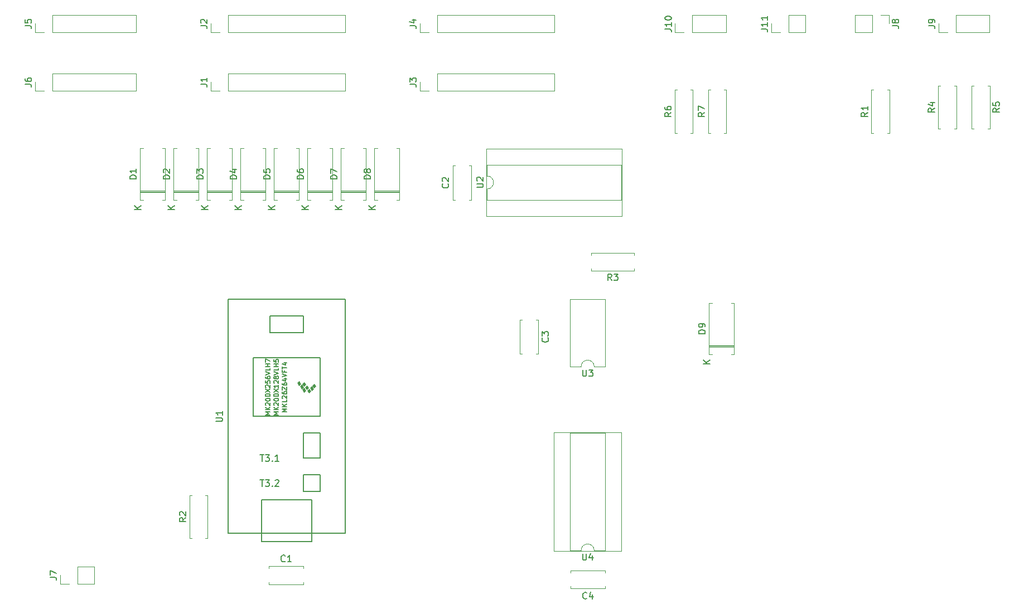
<source format=gbr>
G04 #@! TF.GenerationSoftware,KiCad,Pcbnew,(5.1.5)-3*
G04 #@! TF.CreationDate,2020-04-18T11:13:35+02:00*
G04 #@! TF.ProjectId,KorgPoly61_TeensyMidi,4b6f7267-506f-46c7-9936-315f5465656e,rev?*
G04 #@! TF.SameCoordinates,Original*
G04 #@! TF.FileFunction,Legend,Top*
G04 #@! TF.FilePolarity,Positive*
%FSLAX46Y46*%
G04 Gerber Fmt 4.6, Leading zero omitted, Abs format (unit mm)*
G04 Created by KiCad (PCBNEW (5.1.5)-3) date 2020-04-18 11:13:35*
%MOMM*%
%LPD*%
G04 APERTURE LIST*
%ADD10C,0.100000*%
%ADD11C,0.150000*%
%ADD12C,0.120000*%
G04 APERTURE END LIST*
D10*
G36*
X104521000Y-67564000D02*
G01*
X104267000Y-67818000D01*
X104013000Y-67437000D01*
X104267000Y-67183000D01*
X104521000Y-67564000D01*
G37*
X104521000Y-67564000D02*
X104267000Y-67818000D01*
X104013000Y-67437000D01*
X104267000Y-67183000D01*
X104521000Y-67564000D01*
G36*
X105283000Y-68580000D02*
G01*
X105029000Y-68834000D01*
X104775000Y-68453000D01*
X105029000Y-68199000D01*
X105283000Y-68580000D01*
G37*
X105283000Y-68580000D02*
X105029000Y-68834000D01*
X104775000Y-68453000D01*
X105029000Y-68199000D01*
X105283000Y-68580000D01*
G36*
X106045000Y-67818000D02*
G01*
X105791000Y-68072000D01*
X105537000Y-67691000D01*
X105791000Y-67437000D01*
X106045000Y-67818000D01*
G37*
X106045000Y-67818000D02*
X105791000Y-68072000D01*
X105537000Y-67691000D01*
X105791000Y-67437000D01*
X106045000Y-67818000D01*
G36*
X104140000Y-67945000D02*
G01*
X103886000Y-68199000D01*
X103632000Y-67818000D01*
X103886000Y-67564000D01*
X104140000Y-67945000D01*
G37*
X104140000Y-67945000D02*
X103886000Y-68199000D01*
X103632000Y-67818000D01*
X103886000Y-67564000D01*
X104140000Y-67945000D01*
G36*
X105664000Y-68199000D02*
G01*
X105410000Y-68453000D01*
X105156000Y-68072000D01*
X105410000Y-67818000D01*
X105664000Y-68199000D01*
G37*
X105664000Y-68199000D02*
X105410000Y-68453000D01*
X105156000Y-68072000D01*
X105410000Y-67818000D01*
X105664000Y-68199000D01*
G36*
X103759000Y-67437000D02*
G01*
X103505000Y-67691000D01*
X103251000Y-67310000D01*
X103505000Y-67056000D01*
X103759000Y-67437000D01*
G37*
X103759000Y-67437000D02*
X103505000Y-67691000D01*
X103251000Y-67310000D01*
X103505000Y-67056000D01*
X103759000Y-67437000D01*
G36*
X104902000Y-68072000D02*
G01*
X104648000Y-68326000D01*
X104394000Y-67945000D01*
X104648000Y-67691000D01*
X104902000Y-68072000D01*
G37*
X104902000Y-68072000D02*
X104648000Y-68326000D01*
X104394000Y-67945000D01*
X104648000Y-67691000D01*
X104902000Y-68072000D01*
G36*
X104521000Y-68453000D02*
G01*
X104267000Y-68707000D01*
X104013000Y-68326000D01*
X104267000Y-68072000D01*
X104521000Y-68453000D01*
G37*
X104521000Y-68453000D02*
X104267000Y-68707000D01*
X104013000Y-68326000D01*
X104267000Y-68072000D01*
X104521000Y-68453000D01*
D11*
X110490000Y-90170000D02*
X92710000Y-90170000D01*
X110490000Y-54610000D02*
X110490000Y-90170000D01*
X92710000Y-54610000D02*
X110490000Y-54610000D01*
X92710000Y-90170000D02*
X92710000Y-54610000D01*
X106680000Y-63500000D02*
X106680000Y-72390000D01*
X96520000Y-63500000D02*
X96520000Y-72390000D01*
X96520000Y-72390000D02*
X106680000Y-72390000D01*
X106680000Y-63500000D02*
X96520000Y-63500000D01*
X99060000Y-59690000D02*
X99060000Y-57150000D01*
X104140000Y-59690000D02*
X99060000Y-59690000D01*
X104140000Y-57150000D02*
X104140000Y-59690000D01*
X99060000Y-57150000D02*
X104140000Y-57150000D01*
X104140000Y-83820000D02*
X106680000Y-83820000D01*
X104140000Y-81280000D02*
X104140000Y-83820000D01*
X106680000Y-81280000D02*
X104140000Y-81280000D01*
X106680000Y-83820000D02*
X106680000Y-81280000D01*
X105410000Y-85090000D02*
X105410000Y-90170000D01*
X97790000Y-85090000D02*
X97790000Y-90170000D01*
X105410000Y-85090000D02*
X97790000Y-85090000D01*
X104140000Y-78740000D02*
X106680000Y-78740000D01*
X104140000Y-74930000D02*
X104140000Y-78740000D01*
X106680000Y-74930000D02*
X104140000Y-74930000D01*
X106680000Y-78740000D02*
X106680000Y-74930000D01*
X97790000Y-91440000D02*
X97790000Y-90170000D01*
X105410000Y-91440000D02*
X97790000Y-91440000D01*
X105410000Y-90170000D02*
X105410000Y-91440000D01*
D12*
X144670000Y-64830000D02*
X146320000Y-64830000D01*
X144670000Y-54550000D02*
X144670000Y-64830000D01*
X149970000Y-54550000D02*
X144670000Y-54550000D01*
X149970000Y-64830000D02*
X149970000Y-54550000D01*
X148320000Y-64830000D02*
X149970000Y-64830000D01*
X146320000Y-64830000D02*
G75*
G02X148320000Y-64830000I1000000J0D01*
G01*
X168375000Y-22765000D02*
X168045000Y-22765000D01*
X168375000Y-29305000D02*
X168375000Y-22765000D01*
X168045000Y-29305000D02*
X168375000Y-29305000D01*
X165635000Y-22765000D02*
X165965000Y-22765000D01*
X165635000Y-29305000D02*
X165635000Y-22765000D01*
X165965000Y-29305000D02*
X165635000Y-29305000D01*
X163295000Y-22765000D02*
X162965000Y-22765000D01*
X163295000Y-29305000D02*
X163295000Y-22765000D01*
X162965000Y-29305000D02*
X163295000Y-29305000D01*
X160555000Y-22765000D02*
X160885000Y-22765000D01*
X160555000Y-29305000D02*
X160555000Y-22765000D01*
X160885000Y-29305000D02*
X160555000Y-29305000D01*
X205640000Y-28670000D02*
X205970000Y-28670000D01*
X205640000Y-22130000D02*
X205640000Y-28670000D01*
X205970000Y-22130000D02*
X205640000Y-22130000D01*
X208380000Y-28670000D02*
X208050000Y-28670000D01*
X208380000Y-22130000D02*
X208380000Y-28670000D01*
X208050000Y-22130000D02*
X208380000Y-22130000D01*
X203300000Y-22130000D02*
X202970000Y-22130000D01*
X203300000Y-28670000D02*
X203300000Y-22130000D01*
X202970000Y-28670000D02*
X203300000Y-28670000D01*
X200560000Y-22130000D02*
X200890000Y-22130000D01*
X200560000Y-28670000D02*
X200560000Y-22130000D01*
X200890000Y-28670000D02*
X200560000Y-28670000D01*
X147860000Y-47525000D02*
X147860000Y-47855000D01*
X154400000Y-47525000D02*
X147860000Y-47525000D01*
X154400000Y-47855000D02*
X154400000Y-47525000D01*
X147860000Y-50265000D02*
X147860000Y-49935000D01*
X154400000Y-50265000D02*
X147860000Y-50265000D01*
X154400000Y-49935000D02*
X154400000Y-50265000D01*
X89635000Y-84360000D02*
X89305000Y-84360000D01*
X89635000Y-90900000D02*
X89635000Y-84360000D01*
X89305000Y-90900000D02*
X89635000Y-90900000D01*
X86895000Y-84360000D02*
X87225000Y-84360000D01*
X86895000Y-90900000D02*
X86895000Y-84360000D01*
X87225000Y-90900000D02*
X86895000Y-90900000D01*
X193140000Y-22765000D02*
X192810000Y-22765000D01*
X193140000Y-29305000D02*
X193140000Y-22765000D01*
X192810000Y-29305000D02*
X193140000Y-29305000D01*
X190400000Y-22765000D02*
X190730000Y-22765000D01*
X190400000Y-29305000D02*
X190400000Y-22765000D01*
X190730000Y-29305000D02*
X190400000Y-29305000D01*
X142180000Y-92830000D02*
X152460000Y-92830000D01*
X142180000Y-74810000D02*
X142180000Y-92830000D01*
X152460000Y-74810000D02*
X142180000Y-74810000D01*
X152460000Y-92830000D02*
X152460000Y-74810000D01*
X144670000Y-92770000D02*
X146320000Y-92770000D01*
X144670000Y-74870000D02*
X144670000Y-92770000D01*
X149970000Y-74870000D02*
X144670000Y-74870000D01*
X149970000Y-92770000D02*
X149970000Y-74870000D01*
X148320000Y-92770000D02*
X149970000Y-92770000D01*
X146320000Y-92770000D02*
G75*
G02X148320000Y-92770000I1000000J0D01*
G01*
X131960000Y-31690000D02*
X131960000Y-41970000D01*
X152520000Y-31690000D02*
X131960000Y-31690000D01*
X152520000Y-41970000D02*
X152520000Y-31690000D01*
X131960000Y-41970000D02*
X152520000Y-41970000D01*
X132020000Y-34180000D02*
X132020000Y-35830000D01*
X152460000Y-34180000D02*
X132020000Y-34180000D01*
X152460000Y-39480000D02*
X152460000Y-34180000D01*
X132020000Y-39480000D02*
X152460000Y-39480000D01*
X132020000Y-37830000D02*
X132020000Y-39480000D01*
X132020000Y-35830000D02*
G75*
G02X132020000Y-37830000I0J-1000000D01*
G01*
X175200000Y-14030000D02*
X175200000Y-12700000D01*
X176530000Y-14030000D02*
X175200000Y-14030000D01*
X177800000Y-14030000D02*
X177800000Y-11370000D01*
X177800000Y-11370000D02*
X180400000Y-11370000D01*
X177800000Y-14030000D02*
X180400000Y-14030000D01*
X180400000Y-14030000D02*
X180400000Y-11370000D01*
X160595000Y-14030000D02*
X160595000Y-12700000D01*
X161925000Y-14030000D02*
X160595000Y-14030000D01*
X163195000Y-14030000D02*
X163195000Y-11370000D01*
X163195000Y-11370000D02*
X168335000Y-11370000D01*
X163195000Y-14030000D02*
X168335000Y-14030000D01*
X168335000Y-14030000D02*
X168335000Y-11370000D01*
X200600000Y-14030000D02*
X200600000Y-12700000D01*
X201930000Y-14030000D02*
X200600000Y-14030000D01*
X203200000Y-14030000D02*
X203200000Y-11370000D01*
X203200000Y-11370000D02*
X208340000Y-11370000D01*
X203200000Y-14030000D02*
X208340000Y-14030000D01*
X208340000Y-14030000D02*
X208340000Y-11370000D01*
X193100000Y-11370000D02*
X193100000Y-12700000D01*
X191770000Y-11370000D02*
X193100000Y-11370000D01*
X190500000Y-11370000D02*
X190500000Y-14030000D01*
X190500000Y-14030000D02*
X187900000Y-14030000D01*
X190500000Y-11370000D02*
X187900000Y-11370000D01*
X187900000Y-11370000D02*
X187900000Y-14030000D01*
X67250000Y-97850000D02*
X67250000Y-96520000D01*
X68580000Y-97850000D02*
X67250000Y-97850000D01*
X69850000Y-97850000D02*
X69850000Y-95190000D01*
X69850000Y-95190000D02*
X72450000Y-95190000D01*
X69850000Y-97850000D02*
X72450000Y-97850000D01*
X72450000Y-97850000D02*
X72450000Y-95190000D01*
X63440000Y-22920000D02*
X63440000Y-21590000D01*
X64770000Y-22920000D02*
X63440000Y-22920000D01*
X66040000Y-22920000D02*
X66040000Y-20260000D01*
X66040000Y-20260000D02*
X78800000Y-20260000D01*
X66040000Y-22920000D02*
X78800000Y-22920000D01*
X78800000Y-22920000D02*
X78800000Y-20260000D01*
X63440000Y-14030000D02*
X63440000Y-12700000D01*
X64770000Y-14030000D02*
X63440000Y-14030000D01*
X66040000Y-14030000D02*
X66040000Y-11370000D01*
X66040000Y-11370000D02*
X78800000Y-11370000D01*
X66040000Y-14030000D02*
X78800000Y-14030000D01*
X78800000Y-14030000D02*
X78800000Y-11370000D01*
X121860000Y-14030000D02*
X121860000Y-12700000D01*
X123190000Y-14030000D02*
X121860000Y-14030000D01*
X124460000Y-14030000D02*
X124460000Y-11370000D01*
X124460000Y-11370000D02*
X142300000Y-11370000D01*
X124460000Y-14030000D02*
X142300000Y-14030000D01*
X142300000Y-14030000D02*
X142300000Y-11370000D01*
X121860000Y-22920000D02*
X121860000Y-21590000D01*
X123190000Y-22920000D02*
X121860000Y-22920000D01*
X124460000Y-22920000D02*
X124460000Y-20260000D01*
X124460000Y-20260000D02*
X142300000Y-20260000D01*
X124460000Y-22920000D02*
X142300000Y-22920000D01*
X142300000Y-22920000D02*
X142300000Y-20260000D01*
X90110000Y-14030000D02*
X90110000Y-12700000D01*
X91440000Y-14030000D02*
X90110000Y-14030000D01*
X92710000Y-14030000D02*
X92710000Y-11370000D01*
X92710000Y-11370000D02*
X110550000Y-11370000D01*
X92710000Y-14030000D02*
X110550000Y-14030000D01*
X110550000Y-14030000D02*
X110550000Y-11370000D01*
X90110000Y-22920000D02*
X90110000Y-21590000D01*
X91440000Y-22920000D02*
X90110000Y-22920000D01*
X92710000Y-22920000D02*
X92710000Y-20260000D01*
X92710000Y-20260000D02*
X110550000Y-20260000D01*
X92710000Y-22920000D02*
X110550000Y-22920000D01*
X110550000Y-22920000D02*
X110550000Y-20260000D01*
X165720000Y-61835000D02*
X169560000Y-61835000D01*
X165720000Y-61595000D02*
X169560000Y-61595000D01*
X165720000Y-61715000D02*
X169560000Y-61715000D01*
X169560000Y-55135000D02*
X169080000Y-55135000D01*
X169560000Y-62975000D02*
X169560000Y-55135000D01*
X169080000Y-62975000D02*
X169560000Y-62975000D01*
X165720000Y-55135000D02*
X166200000Y-55135000D01*
X165720000Y-62975000D02*
X165720000Y-55135000D01*
X166200000Y-62975000D02*
X165720000Y-62975000D01*
X114920000Y-38340000D02*
X118760000Y-38340000D01*
X114920000Y-38100000D02*
X118760000Y-38100000D01*
X114920000Y-38220000D02*
X118760000Y-38220000D01*
X118760000Y-31640000D02*
X118280000Y-31640000D01*
X118760000Y-39480000D02*
X118760000Y-31640000D01*
X118280000Y-39480000D02*
X118760000Y-39480000D01*
X114920000Y-31640000D02*
X115400000Y-31640000D01*
X114920000Y-39480000D02*
X114920000Y-31640000D01*
X115400000Y-39480000D02*
X114920000Y-39480000D01*
X109840000Y-38340000D02*
X113680000Y-38340000D01*
X109840000Y-38100000D02*
X113680000Y-38100000D01*
X109840000Y-38220000D02*
X113680000Y-38220000D01*
X113680000Y-31640000D02*
X113200000Y-31640000D01*
X113680000Y-39480000D02*
X113680000Y-31640000D01*
X113200000Y-39480000D02*
X113680000Y-39480000D01*
X109840000Y-31640000D02*
X110320000Y-31640000D01*
X109840000Y-39480000D02*
X109840000Y-31640000D01*
X110320000Y-39480000D02*
X109840000Y-39480000D01*
X104760000Y-38340000D02*
X108600000Y-38340000D01*
X104760000Y-38100000D02*
X108600000Y-38100000D01*
X104760000Y-38220000D02*
X108600000Y-38220000D01*
X108600000Y-31640000D02*
X108120000Y-31640000D01*
X108600000Y-39480000D02*
X108600000Y-31640000D01*
X108120000Y-39480000D02*
X108600000Y-39480000D01*
X104760000Y-31640000D02*
X105240000Y-31640000D01*
X104760000Y-39480000D02*
X104760000Y-31640000D01*
X105240000Y-39480000D02*
X104760000Y-39480000D01*
X99680000Y-38340000D02*
X103520000Y-38340000D01*
X99680000Y-38100000D02*
X103520000Y-38100000D01*
X99680000Y-38220000D02*
X103520000Y-38220000D01*
X103520000Y-31640000D02*
X103040000Y-31640000D01*
X103520000Y-39480000D02*
X103520000Y-31640000D01*
X103040000Y-39480000D02*
X103520000Y-39480000D01*
X99680000Y-31640000D02*
X100160000Y-31640000D01*
X99680000Y-39480000D02*
X99680000Y-31640000D01*
X100160000Y-39480000D02*
X99680000Y-39480000D01*
X94600000Y-38340000D02*
X98440000Y-38340000D01*
X94600000Y-38100000D02*
X98440000Y-38100000D01*
X94600000Y-38220000D02*
X98440000Y-38220000D01*
X98440000Y-31640000D02*
X97960000Y-31640000D01*
X98440000Y-39480000D02*
X98440000Y-31640000D01*
X97960000Y-39480000D02*
X98440000Y-39480000D01*
X94600000Y-31640000D02*
X95080000Y-31640000D01*
X94600000Y-39480000D02*
X94600000Y-31640000D01*
X95080000Y-39480000D02*
X94600000Y-39480000D01*
X89520000Y-38340000D02*
X93360000Y-38340000D01*
X89520000Y-38100000D02*
X93360000Y-38100000D01*
X89520000Y-38220000D02*
X93360000Y-38220000D01*
X93360000Y-31640000D02*
X92880000Y-31640000D01*
X93360000Y-39480000D02*
X93360000Y-31640000D01*
X92880000Y-39480000D02*
X93360000Y-39480000D01*
X89520000Y-31640000D02*
X90000000Y-31640000D01*
X89520000Y-39480000D02*
X89520000Y-31640000D01*
X90000000Y-39480000D02*
X89520000Y-39480000D01*
X84440000Y-38340000D02*
X88280000Y-38340000D01*
X84440000Y-38100000D02*
X88280000Y-38100000D01*
X84440000Y-38220000D02*
X88280000Y-38220000D01*
X88280000Y-31640000D02*
X87800000Y-31640000D01*
X88280000Y-39480000D02*
X88280000Y-31640000D01*
X87800000Y-39480000D02*
X88280000Y-39480000D01*
X84440000Y-31640000D02*
X84920000Y-31640000D01*
X84440000Y-39480000D02*
X84440000Y-31640000D01*
X84920000Y-39480000D02*
X84440000Y-39480000D01*
X79360000Y-38340000D02*
X83200000Y-38340000D01*
X79360000Y-38100000D02*
X83200000Y-38100000D01*
X79360000Y-38220000D02*
X83200000Y-38220000D01*
X83200000Y-31640000D02*
X82720000Y-31640000D01*
X83200000Y-39480000D02*
X83200000Y-31640000D01*
X82720000Y-39480000D02*
X83200000Y-39480000D01*
X79360000Y-31640000D02*
X79840000Y-31640000D01*
X79360000Y-39480000D02*
X79360000Y-31640000D01*
X79840000Y-39480000D02*
X79360000Y-39480000D01*
X144740000Y-96100000D02*
X144740000Y-95785000D01*
X144740000Y-98525000D02*
X144740000Y-98210000D01*
X149980000Y-96100000D02*
X149980000Y-95785000D01*
X149980000Y-98525000D02*
X149980000Y-98210000D01*
X149980000Y-95785000D02*
X144740000Y-95785000D01*
X149980000Y-98525000D02*
X144740000Y-98525000D01*
X137375000Y-62905000D02*
X137060000Y-62905000D01*
X139800000Y-62905000D02*
X139485000Y-62905000D01*
X137375000Y-57665000D02*
X137060000Y-57665000D01*
X139800000Y-57665000D02*
X139485000Y-57665000D01*
X137060000Y-57665000D02*
X137060000Y-62905000D01*
X139800000Y-57665000D02*
X139800000Y-62905000D01*
X129325000Y-34250000D02*
X129640000Y-34250000D01*
X126900000Y-34250000D02*
X127215000Y-34250000D01*
X129325000Y-39490000D02*
X129640000Y-39490000D01*
X126900000Y-39490000D02*
X127215000Y-39490000D01*
X129640000Y-39490000D02*
X129640000Y-34250000D01*
X126900000Y-39490000D02*
X126900000Y-34250000D01*
X104180000Y-97575000D02*
X104180000Y-97890000D01*
X104180000Y-95150000D02*
X104180000Y-95465000D01*
X98940000Y-97575000D02*
X98940000Y-97890000D01*
X98940000Y-95150000D02*
X98940000Y-95465000D01*
X98940000Y-97890000D02*
X104180000Y-97890000D01*
X98940000Y-95150000D02*
X104180000Y-95150000D01*
D11*
X90892380Y-73151904D02*
X91701904Y-73151904D01*
X91797142Y-73104285D01*
X91844761Y-73056666D01*
X91892380Y-72961428D01*
X91892380Y-72770952D01*
X91844761Y-72675714D01*
X91797142Y-72628095D01*
X91701904Y-72580476D01*
X90892380Y-72580476D01*
X91892380Y-71580476D02*
X91892380Y-72151904D01*
X91892380Y-71866190D02*
X90892380Y-71866190D01*
X91035238Y-71961428D01*
X91130476Y-72056666D01*
X91178095Y-72151904D01*
X100392666Y-72161666D02*
X99692666Y-72161666D01*
X100192666Y-71928333D01*
X99692666Y-71695000D01*
X100392666Y-71695000D01*
X100392666Y-71361666D02*
X99692666Y-71361666D01*
X100392666Y-70961666D02*
X99992666Y-71261666D01*
X99692666Y-70961666D02*
X100092666Y-71361666D01*
X99759333Y-70695000D02*
X99726000Y-70661666D01*
X99692666Y-70595000D01*
X99692666Y-70428333D01*
X99726000Y-70361666D01*
X99759333Y-70328333D01*
X99826000Y-70295000D01*
X99892666Y-70295000D01*
X99992666Y-70328333D01*
X100392666Y-70728333D01*
X100392666Y-70295000D01*
X99692666Y-69861666D02*
X99692666Y-69795000D01*
X99726000Y-69728333D01*
X99759333Y-69695000D01*
X99826000Y-69661666D01*
X99959333Y-69628333D01*
X100126000Y-69628333D01*
X100259333Y-69661666D01*
X100326000Y-69695000D01*
X100359333Y-69728333D01*
X100392666Y-69795000D01*
X100392666Y-69861666D01*
X100359333Y-69928333D01*
X100326000Y-69961666D01*
X100259333Y-69995000D01*
X100126000Y-70028333D01*
X99959333Y-70028333D01*
X99826000Y-69995000D01*
X99759333Y-69961666D01*
X99726000Y-69928333D01*
X99692666Y-69861666D01*
X100392666Y-69328333D02*
X99692666Y-69328333D01*
X99692666Y-69161666D01*
X99726000Y-69061666D01*
X99792666Y-68995000D01*
X99859333Y-68961666D01*
X99992666Y-68928333D01*
X100092666Y-68928333D01*
X100226000Y-68961666D01*
X100292666Y-68995000D01*
X100359333Y-69061666D01*
X100392666Y-69161666D01*
X100392666Y-69328333D01*
X99692666Y-68695000D02*
X100392666Y-68228333D01*
X99692666Y-68228333D02*
X100392666Y-68695000D01*
X100392666Y-67595000D02*
X100392666Y-67995000D01*
X100392666Y-67795000D02*
X99692666Y-67795000D01*
X99792666Y-67861666D01*
X99859333Y-67928333D01*
X99892666Y-67995000D01*
X99759333Y-67328333D02*
X99726000Y-67295000D01*
X99692666Y-67228333D01*
X99692666Y-67061666D01*
X99726000Y-66995000D01*
X99759333Y-66961666D01*
X99826000Y-66928333D01*
X99892666Y-66928333D01*
X99992666Y-66961666D01*
X100392666Y-67361666D01*
X100392666Y-66928333D01*
X99992666Y-66528333D02*
X99959333Y-66595000D01*
X99926000Y-66628333D01*
X99859333Y-66661666D01*
X99826000Y-66661666D01*
X99759333Y-66628333D01*
X99726000Y-66595000D01*
X99692666Y-66528333D01*
X99692666Y-66395000D01*
X99726000Y-66328333D01*
X99759333Y-66295000D01*
X99826000Y-66261666D01*
X99859333Y-66261666D01*
X99926000Y-66295000D01*
X99959333Y-66328333D01*
X99992666Y-66395000D01*
X99992666Y-66528333D01*
X100026000Y-66595000D01*
X100059333Y-66628333D01*
X100126000Y-66661666D01*
X100259333Y-66661666D01*
X100326000Y-66628333D01*
X100359333Y-66595000D01*
X100392666Y-66528333D01*
X100392666Y-66395000D01*
X100359333Y-66328333D01*
X100326000Y-66295000D01*
X100259333Y-66261666D01*
X100126000Y-66261666D01*
X100059333Y-66295000D01*
X100026000Y-66328333D01*
X99992666Y-66395000D01*
X99692666Y-66061666D02*
X100392666Y-65828333D01*
X99692666Y-65595000D01*
X100392666Y-65028333D02*
X100392666Y-65361666D01*
X99692666Y-65361666D01*
X100392666Y-64795000D02*
X99692666Y-64795000D01*
X100026000Y-64795000D02*
X100026000Y-64395000D01*
X100392666Y-64395000D02*
X99692666Y-64395000D01*
X99692666Y-63728333D02*
X99692666Y-64061666D01*
X100026000Y-64095000D01*
X99992666Y-64061666D01*
X99959333Y-63995000D01*
X99959333Y-63828333D01*
X99992666Y-63761666D01*
X100026000Y-63728333D01*
X100092666Y-63695000D01*
X100259333Y-63695000D01*
X100326000Y-63728333D01*
X100359333Y-63761666D01*
X100392666Y-63828333D01*
X100392666Y-63995000D01*
X100359333Y-64061666D01*
X100326000Y-64095000D01*
X101662666Y-71678333D02*
X100962666Y-71678333D01*
X101462666Y-71445000D01*
X100962666Y-71211666D01*
X101662666Y-71211666D01*
X101662666Y-70878333D02*
X100962666Y-70878333D01*
X101662666Y-70478333D02*
X101262666Y-70778333D01*
X100962666Y-70478333D02*
X101362666Y-70878333D01*
X101662666Y-69845000D02*
X101662666Y-70178333D01*
X100962666Y-70178333D01*
X101029333Y-69645000D02*
X100996000Y-69611666D01*
X100962666Y-69545000D01*
X100962666Y-69378333D01*
X100996000Y-69311666D01*
X101029333Y-69278333D01*
X101096000Y-69245000D01*
X101162666Y-69245000D01*
X101262666Y-69278333D01*
X101662666Y-69678333D01*
X101662666Y-69245000D01*
X100962666Y-68645000D02*
X100962666Y-68778333D01*
X100996000Y-68845000D01*
X101029333Y-68878333D01*
X101129333Y-68945000D01*
X101262666Y-68978333D01*
X101529333Y-68978333D01*
X101596000Y-68945000D01*
X101629333Y-68911666D01*
X101662666Y-68845000D01*
X101662666Y-68711666D01*
X101629333Y-68645000D01*
X101596000Y-68611666D01*
X101529333Y-68578333D01*
X101362666Y-68578333D01*
X101296000Y-68611666D01*
X101262666Y-68645000D01*
X101229333Y-68711666D01*
X101229333Y-68845000D01*
X101262666Y-68911666D01*
X101296000Y-68945000D01*
X101362666Y-68978333D01*
X100962666Y-68345000D02*
X100962666Y-67878333D01*
X101662666Y-68345000D01*
X101662666Y-67878333D01*
X100962666Y-67311666D02*
X100962666Y-67445000D01*
X100996000Y-67511666D01*
X101029333Y-67545000D01*
X101129333Y-67611666D01*
X101262666Y-67645000D01*
X101529333Y-67645000D01*
X101596000Y-67611666D01*
X101629333Y-67578333D01*
X101662666Y-67511666D01*
X101662666Y-67378333D01*
X101629333Y-67311666D01*
X101596000Y-67278333D01*
X101529333Y-67245000D01*
X101362666Y-67245000D01*
X101296000Y-67278333D01*
X101262666Y-67311666D01*
X101229333Y-67378333D01*
X101229333Y-67511666D01*
X101262666Y-67578333D01*
X101296000Y-67611666D01*
X101362666Y-67645000D01*
X101196000Y-66645000D02*
X101662666Y-66645000D01*
X100929333Y-66811666D02*
X101429333Y-66978333D01*
X101429333Y-66545000D01*
X100962666Y-66378333D02*
X101662666Y-66145000D01*
X100962666Y-65911666D01*
X101296000Y-65445000D02*
X101296000Y-65678333D01*
X101662666Y-65678333D02*
X100962666Y-65678333D01*
X100962666Y-65345000D01*
X100962666Y-65178333D02*
X100962666Y-64778333D01*
X101662666Y-64978333D02*
X100962666Y-64978333D01*
X101196000Y-64245000D02*
X101662666Y-64245000D01*
X100929333Y-64411666D02*
X101429333Y-64578333D01*
X101429333Y-64145000D01*
X99122666Y-72161666D02*
X98422666Y-72161666D01*
X98922666Y-71928333D01*
X98422666Y-71695000D01*
X99122666Y-71695000D01*
X99122666Y-71361666D02*
X98422666Y-71361666D01*
X99122666Y-70961666D02*
X98722666Y-71261666D01*
X98422666Y-70961666D02*
X98822666Y-71361666D01*
X98489333Y-70695000D02*
X98456000Y-70661666D01*
X98422666Y-70595000D01*
X98422666Y-70428333D01*
X98456000Y-70361666D01*
X98489333Y-70328333D01*
X98556000Y-70295000D01*
X98622666Y-70295000D01*
X98722666Y-70328333D01*
X99122666Y-70728333D01*
X99122666Y-70295000D01*
X98422666Y-69861666D02*
X98422666Y-69795000D01*
X98456000Y-69728333D01*
X98489333Y-69695000D01*
X98556000Y-69661666D01*
X98689333Y-69628333D01*
X98856000Y-69628333D01*
X98989333Y-69661666D01*
X99056000Y-69695000D01*
X99089333Y-69728333D01*
X99122666Y-69795000D01*
X99122666Y-69861666D01*
X99089333Y-69928333D01*
X99056000Y-69961666D01*
X98989333Y-69995000D01*
X98856000Y-70028333D01*
X98689333Y-70028333D01*
X98556000Y-69995000D01*
X98489333Y-69961666D01*
X98456000Y-69928333D01*
X98422666Y-69861666D01*
X99122666Y-69328333D02*
X98422666Y-69328333D01*
X98422666Y-69161666D01*
X98456000Y-69061666D01*
X98522666Y-68995000D01*
X98589333Y-68961666D01*
X98722666Y-68928333D01*
X98822666Y-68928333D01*
X98956000Y-68961666D01*
X99022666Y-68995000D01*
X99089333Y-69061666D01*
X99122666Y-69161666D01*
X99122666Y-69328333D01*
X98422666Y-68695000D02*
X99122666Y-68228333D01*
X98422666Y-68228333D02*
X99122666Y-68695000D01*
X98489333Y-67995000D02*
X98456000Y-67961666D01*
X98422666Y-67895000D01*
X98422666Y-67728333D01*
X98456000Y-67661666D01*
X98489333Y-67628333D01*
X98556000Y-67595000D01*
X98622666Y-67595000D01*
X98722666Y-67628333D01*
X99122666Y-68028333D01*
X99122666Y-67595000D01*
X98422666Y-66961666D02*
X98422666Y-67295000D01*
X98756000Y-67328333D01*
X98722666Y-67295000D01*
X98689333Y-67228333D01*
X98689333Y-67061666D01*
X98722666Y-66995000D01*
X98756000Y-66961666D01*
X98822666Y-66928333D01*
X98989333Y-66928333D01*
X99056000Y-66961666D01*
X99089333Y-66995000D01*
X99122666Y-67061666D01*
X99122666Y-67228333D01*
X99089333Y-67295000D01*
X99056000Y-67328333D01*
X98422666Y-66328333D02*
X98422666Y-66461666D01*
X98456000Y-66528333D01*
X98489333Y-66561666D01*
X98589333Y-66628333D01*
X98722666Y-66661666D01*
X98989333Y-66661666D01*
X99056000Y-66628333D01*
X99089333Y-66595000D01*
X99122666Y-66528333D01*
X99122666Y-66395000D01*
X99089333Y-66328333D01*
X99056000Y-66295000D01*
X98989333Y-66261666D01*
X98822666Y-66261666D01*
X98756000Y-66295000D01*
X98722666Y-66328333D01*
X98689333Y-66395000D01*
X98689333Y-66528333D01*
X98722666Y-66595000D01*
X98756000Y-66628333D01*
X98822666Y-66661666D01*
X98422666Y-66061666D02*
X99122666Y-65828333D01*
X98422666Y-65595000D01*
X99122666Y-65028333D02*
X99122666Y-65361666D01*
X98422666Y-65361666D01*
X99122666Y-64795000D02*
X98422666Y-64795000D01*
X98756000Y-64795000D02*
X98756000Y-64395000D01*
X99122666Y-64395000D02*
X98422666Y-64395000D01*
X98422666Y-64128333D02*
X98422666Y-63661666D01*
X99122666Y-63961666D01*
X97583809Y-78192380D02*
X98155238Y-78192380D01*
X97869523Y-79192380D02*
X97869523Y-78192380D01*
X98393333Y-78192380D02*
X99012380Y-78192380D01*
X98679047Y-78573333D01*
X98821904Y-78573333D01*
X98917142Y-78620952D01*
X98964761Y-78668571D01*
X99012380Y-78763809D01*
X99012380Y-79001904D01*
X98964761Y-79097142D01*
X98917142Y-79144761D01*
X98821904Y-79192380D01*
X98536190Y-79192380D01*
X98440952Y-79144761D01*
X98393333Y-79097142D01*
X99440952Y-79097142D02*
X99488571Y-79144761D01*
X99440952Y-79192380D01*
X99393333Y-79144761D01*
X99440952Y-79097142D01*
X99440952Y-79192380D01*
X100440952Y-79192380D02*
X99869523Y-79192380D01*
X100155238Y-79192380D02*
X100155238Y-78192380D01*
X100060000Y-78335238D01*
X99964761Y-78430476D01*
X99869523Y-78478095D01*
X97583809Y-82002380D02*
X98155238Y-82002380D01*
X97869523Y-83002380D02*
X97869523Y-82002380D01*
X98393333Y-82002380D02*
X99012380Y-82002380D01*
X98679047Y-82383333D01*
X98821904Y-82383333D01*
X98917142Y-82430952D01*
X98964761Y-82478571D01*
X99012380Y-82573809D01*
X99012380Y-82811904D01*
X98964761Y-82907142D01*
X98917142Y-82954761D01*
X98821904Y-83002380D01*
X98536190Y-83002380D01*
X98440952Y-82954761D01*
X98393333Y-82907142D01*
X99440952Y-82907142D02*
X99488571Y-82954761D01*
X99440952Y-83002380D01*
X99393333Y-82954761D01*
X99440952Y-82907142D01*
X99440952Y-83002380D01*
X99869523Y-82097619D02*
X99917142Y-82050000D01*
X100012380Y-82002380D01*
X100250476Y-82002380D01*
X100345714Y-82050000D01*
X100393333Y-82097619D01*
X100440952Y-82192857D01*
X100440952Y-82288095D01*
X100393333Y-82430952D01*
X99821904Y-83002380D01*
X100440952Y-83002380D01*
X146558095Y-65282380D02*
X146558095Y-66091904D01*
X146605714Y-66187142D01*
X146653333Y-66234761D01*
X146748571Y-66282380D01*
X146939047Y-66282380D01*
X147034285Y-66234761D01*
X147081904Y-66187142D01*
X147129523Y-66091904D01*
X147129523Y-65282380D01*
X147510476Y-65282380D02*
X148129523Y-65282380D01*
X147796190Y-65663333D01*
X147939047Y-65663333D01*
X148034285Y-65710952D01*
X148081904Y-65758571D01*
X148129523Y-65853809D01*
X148129523Y-66091904D01*
X148081904Y-66187142D01*
X148034285Y-66234761D01*
X147939047Y-66282380D01*
X147653333Y-66282380D01*
X147558095Y-66234761D01*
X147510476Y-66187142D01*
X165087380Y-26201666D02*
X164611190Y-26535000D01*
X165087380Y-26773095D02*
X164087380Y-26773095D01*
X164087380Y-26392142D01*
X164135000Y-26296904D01*
X164182619Y-26249285D01*
X164277857Y-26201666D01*
X164420714Y-26201666D01*
X164515952Y-26249285D01*
X164563571Y-26296904D01*
X164611190Y-26392142D01*
X164611190Y-26773095D01*
X164087380Y-25868333D02*
X164087380Y-25201666D01*
X165087380Y-25630238D01*
X160007380Y-26201666D02*
X159531190Y-26535000D01*
X160007380Y-26773095D02*
X159007380Y-26773095D01*
X159007380Y-26392142D01*
X159055000Y-26296904D01*
X159102619Y-26249285D01*
X159197857Y-26201666D01*
X159340714Y-26201666D01*
X159435952Y-26249285D01*
X159483571Y-26296904D01*
X159531190Y-26392142D01*
X159531190Y-26773095D01*
X159007380Y-25344523D02*
X159007380Y-25535000D01*
X159055000Y-25630238D01*
X159102619Y-25677857D01*
X159245476Y-25773095D01*
X159435952Y-25820714D01*
X159816904Y-25820714D01*
X159912142Y-25773095D01*
X159959761Y-25725476D01*
X160007380Y-25630238D01*
X160007380Y-25439761D01*
X159959761Y-25344523D01*
X159912142Y-25296904D01*
X159816904Y-25249285D01*
X159578809Y-25249285D01*
X159483571Y-25296904D01*
X159435952Y-25344523D01*
X159388333Y-25439761D01*
X159388333Y-25630238D01*
X159435952Y-25725476D01*
X159483571Y-25773095D01*
X159578809Y-25820714D01*
X209832380Y-25566666D02*
X209356190Y-25900000D01*
X209832380Y-26138095D02*
X208832380Y-26138095D01*
X208832380Y-25757142D01*
X208880000Y-25661904D01*
X208927619Y-25614285D01*
X209022857Y-25566666D01*
X209165714Y-25566666D01*
X209260952Y-25614285D01*
X209308571Y-25661904D01*
X209356190Y-25757142D01*
X209356190Y-26138095D01*
X208832380Y-24661904D02*
X208832380Y-25138095D01*
X209308571Y-25185714D01*
X209260952Y-25138095D01*
X209213333Y-25042857D01*
X209213333Y-24804761D01*
X209260952Y-24709523D01*
X209308571Y-24661904D01*
X209403809Y-24614285D01*
X209641904Y-24614285D01*
X209737142Y-24661904D01*
X209784761Y-24709523D01*
X209832380Y-24804761D01*
X209832380Y-25042857D01*
X209784761Y-25138095D01*
X209737142Y-25185714D01*
X200012380Y-25566666D02*
X199536190Y-25900000D01*
X200012380Y-26138095D02*
X199012380Y-26138095D01*
X199012380Y-25757142D01*
X199060000Y-25661904D01*
X199107619Y-25614285D01*
X199202857Y-25566666D01*
X199345714Y-25566666D01*
X199440952Y-25614285D01*
X199488571Y-25661904D01*
X199536190Y-25757142D01*
X199536190Y-26138095D01*
X199345714Y-24709523D02*
X200012380Y-24709523D01*
X198964761Y-24947619D02*
X199679047Y-25185714D01*
X199679047Y-24566666D01*
X150963333Y-51717380D02*
X150630000Y-51241190D01*
X150391904Y-51717380D02*
X150391904Y-50717380D01*
X150772857Y-50717380D01*
X150868095Y-50765000D01*
X150915714Y-50812619D01*
X150963333Y-50907857D01*
X150963333Y-51050714D01*
X150915714Y-51145952D01*
X150868095Y-51193571D01*
X150772857Y-51241190D01*
X150391904Y-51241190D01*
X151296666Y-50717380D02*
X151915714Y-50717380D01*
X151582380Y-51098333D01*
X151725238Y-51098333D01*
X151820476Y-51145952D01*
X151868095Y-51193571D01*
X151915714Y-51288809D01*
X151915714Y-51526904D01*
X151868095Y-51622142D01*
X151820476Y-51669761D01*
X151725238Y-51717380D01*
X151439523Y-51717380D01*
X151344285Y-51669761D01*
X151296666Y-51622142D01*
X86347380Y-87796666D02*
X85871190Y-88130000D01*
X86347380Y-88368095D02*
X85347380Y-88368095D01*
X85347380Y-87987142D01*
X85395000Y-87891904D01*
X85442619Y-87844285D01*
X85537857Y-87796666D01*
X85680714Y-87796666D01*
X85775952Y-87844285D01*
X85823571Y-87891904D01*
X85871190Y-87987142D01*
X85871190Y-88368095D01*
X85442619Y-87415714D02*
X85395000Y-87368095D01*
X85347380Y-87272857D01*
X85347380Y-87034761D01*
X85395000Y-86939523D01*
X85442619Y-86891904D01*
X85537857Y-86844285D01*
X85633095Y-86844285D01*
X85775952Y-86891904D01*
X86347380Y-87463333D01*
X86347380Y-86844285D01*
X189852380Y-26201666D02*
X189376190Y-26535000D01*
X189852380Y-26773095D02*
X188852380Y-26773095D01*
X188852380Y-26392142D01*
X188900000Y-26296904D01*
X188947619Y-26249285D01*
X189042857Y-26201666D01*
X189185714Y-26201666D01*
X189280952Y-26249285D01*
X189328571Y-26296904D01*
X189376190Y-26392142D01*
X189376190Y-26773095D01*
X189852380Y-25249285D02*
X189852380Y-25820714D01*
X189852380Y-25535000D02*
X188852380Y-25535000D01*
X188995238Y-25630238D01*
X189090476Y-25725476D01*
X189138095Y-25820714D01*
X146558095Y-93222380D02*
X146558095Y-94031904D01*
X146605714Y-94127142D01*
X146653333Y-94174761D01*
X146748571Y-94222380D01*
X146939047Y-94222380D01*
X147034285Y-94174761D01*
X147081904Y-94127142D01*
X147129523Y-94031904D01*
X147129523Y-93222380D01*
X148034285Y-93555714D02*
X148034285Y-94222380D01*
X147796190Y-93174761D02*
X147558095Y-93889047D01*
X148177142Y-93889047D01*
X130472380Y-37591904D02*
X131281904Y-37591904D01*
X131377142Y-37544285D01*
X131424761Y-37496666D01*
X131472380Y-37401428D01*
X131472380Y-37210952D01*
X131424761Y-37115714D01*
X131377142Y-37068095D01*
X131281904Y-37020476D01*
X130472380Y-37020476D01*
X130567619Y-36591904D02*
X130520000Y-36544285D01*
X130472380Y-36449047D01*
X130472380Y-36210952D01*
X130520000Y-36115714D01*
X130567619Y-36068095D01*
X130662857Y-36020476D01*
X130758095Y-36020476D01*
X130900952Y-36068095D01*
X131472380Y-36639523D01*
X131472380Y-36020476D01*
X173652380Y-13509523D02*
X174366666Y-13509523D01*
X174509523Y-13557142D01*
X174604761Y-13652380D01*
X174652380Y-13795238D01*
X174652380Y-13890476D01*
X174652380Y-12509523D02*
X174652380Y-13080952D01*
X174652380Y-12795238D02*
X173652380Y-12795238D01*
X173795238Y-12890476D01*
X173890476Y-12985714D01*
X173938095Y-13080952D01*
X174652380Y-11557142D02*
X174652380Y-12128571D01*
X174652380Y-11842857D02*
X173652380Y-11842857D01*
X173795238Y-11938095D01*
X173890476Y-12033333D01*
X173938095Y-12128571D01*
X159047380Y-13509523D02*
X159761666Y-13509523D01*
X159904523Y-13557142D01*
X159999761Y-13652380D01*
X160047380Y-13795238D01*
X160047380Y-13890476D01*
X160047380Y-12509523D02*
X160047380Y-13080952D01*
X160047380Y-12795238D02*
X159047380Y-12795238D01*
X159190238Y-12890476D01*
X159285476Y-12985714D01*
X159333095Y-13080952D01*
X159047380Y-11890476D02*
X159047380Y-11795238D01*
X159095000Y-11700000D01*
X159142619Y-11652380D01*
X159237857Y-11604761D01*
X159428333Y-11557142D01*
X159666428Y-11557142D01*
X159856904Y-11604761D01*
X159952142Y-11652380D01*
X159999761Y-11700000D01*
X160047380Y-11795238D01*
X160047380Y-11890476D01*
X159999761Y-11985714D01*
X159952142Y-12033333D01*
X159856904Y-12080952D01*
X159666428Y-12128571D01*
X159428333Y-12128571D01*
X159237857Y-12080952D01*
X159142619Y-12033333D01*
X159095000Y-11985714D01*
X159047380Y-11890476D01*
X199052380Y-13033333D02*
X199766666Y-13033333D01*
X199909523Y-13080952D01*
X200004761Y-13176190D01*
X200052380Y-13319047D01*
X200052380Y-13414285D01*
X200052380Y-12509523D02*
X200052380Y-12319047D01*
X200004761Y-12223809D01*
X199957142Y-12176190D01*
X199814285Y-12080952D01*
X199623809Y-12033333D01*
X199242857Y-12033333D01*
X199147619Y-12080952D01*
X199100000Y-12128571D01*
X199052380Y-12223809D01*
X199052380Y-12414285D01*
X199100000Y-12509523D01*
X199147619Y-12557142D01*
X199242857Y-12604761D01*
X199480952Y-12604761D01*
X199576190Y-12557142D01*
X199623809Y-12509523D01*
X199671428Y-12414285D01*
X199671428Y-12223809D01*
X199623809Y-12128571D01*
X199576190Y-12080952D01*
X199480952Y-12033333D01*
X193552380Y-13033333D02*
X194266666Y-13033333D01*
X194409523Y-13080952D01*
X194504761Y-13176190D01*
X194552380Y-13319047D01*
X194552380Y-13414285D01*
X193980952Y-12414285D02*
X193933333Y-12509523D01*
X193885714Y-12557142D01*
X193790476Y-12604761D01*
X193742857Y-12604761D01*
X193647619Y-12557142D01*
X193600000Y-12509523D01*
X193552380Y-12414285D01*
X193552380Y-12223809D01*
X193600000Y-12128571D01*
X193647619Y-12080952D01*
X193742857Y-12033333D01*
X193790476Y-12033333D01*
X193885714Y-12080952D01*
X193933333Y-12128571D01*
X193980952Y-12223809D01*
X193980952Y-12414285D01*
X194028571Y-12509523D01*
X194076190Y-12557142D01*
X194171428Y-12604761D01*
X194361904Y-12604761D01*
X194457142Y-12557142D01*
X194504761Y-12509523D01*
X194552380Y-12414285D01*
X194552380Y-12223809D01*
X194504761Y-12128571D01*
X194457142Y-12080952D01*
X194361904Y-12033333D01*
X194171428Y-12033333D01*
X194076190Y-12080952D01*
X194028571Y-12128571D01*
X193980952Y-12223809D01*
X65702380Y-96853333D02*
X66416666Y-96853333D01*
X66559523Y-96900952D01*
X66654761Y-96996190D01*
X66702380Y-97139047D01*
X66702380Y-97234285D01*
X65702380Y-96472380D02*
X65702380Y-95805714D01*
X66702380Y-96234285D01*
X61892380Y-21923333D02*
X62606666Y-21923333D01*
X62749523Y-21970952D01*
X62844761Y-22066190D01*
X62892380Y-22209047D01*
X62892380Y-22304285D01*
X61892380Y-21018571D02*
X61892380Y-21209047D01*
X61940000Y-21304285D01*
X61987619Y-21351904D01*
X62130476Y-21447142D01*
X62320952Y-21494761D01*
X62701904Y-21494761D01*
X62797142Y-21447142D01*
X62844761Y-21399523D01*
X62892380Y-21304285D01*
X62892380Y-21113809D01*
X62844761Y-21018571D01*
X62797142Y-20970952D01*
X62701904Y-20923333D01*
X62463809Y-20923333D01*
X62368571Y-20970952D01*
X62320952Y-21018571D01*
X62273333Y-21113809D01*
X62273333Y-21304285D01*
X62320952Y-21399523D01*
X62368571Y-21447142D01*
X62463809Y-21494761D01*
X61892380Y-13033333D02*
X62606666Y-13033333D01*
X62749523Y-13080952D01*
X62844761Y-13176190D01*
X62892380Y-13319047D01*
X62892380Y-13414285D01*
X61892380Y-12080952D02*
X61892380Y-12557142D01*
X62368571Y-12604761D01*
X62320952Y-12557142D01*
X62273333Y-12461904D01*
X62273333Y-12223809D01*
X62320952Y-12128571D01*
X62368571Y-12080952D01*
X62463809Y-12033333D01*
X62701904Y-12033333D01*
X62797142Y-12080952D01*
X62844761Y-12128571D01*
X62892380Y-12223809D01*
X62892380Y-12461904D01*
X62844761Y-12557142D01*
X62797142Y-12604761D01*
X120312380Y-13033333D02*
X121026666Y-13033333D01*
X121169523Y-13080952D01*
X121264761Y-13176190D01*
X121312380Y-13319047D01*
X121312380Y-13414285D01*
X120645714Y-12128571D02*
X121312380Y-12128571D01*
X120264761Y-12366666D02*
X120979047Y-12604761D01*
X120979047Y-11985714D01*
X120312380Y-21923333D02*
X121026666Y-21923333D01*
X121169523Y-21970952D01*
X121264761Y-22066190D01*
X121312380Y-22209047D01*
X121312380Y-22304285D01*
X120312380Y-21542380D02*
X120312380Y-20923333D01*
X120693333Y-21256666D01*
X120693333Y-21113809D01*
X120740952Y-21018571D01*
X120788571Y-20970952D01*
X120883809Y-20923333D01*
X121121904Y-20923333D01*
X121217142Y-20970952D01*
X121264761Y-21018571D01*
X121312380Y-21113809D01*
X121312380Y-21399523D01*
X121264761Y-21494761D01*
X121217142Y-21542380D01*
X88562380Y-13033333D02*
X89276666Y-13033333D01*
X89419523Y-13080952D01*
X89514761Y-13176190D01*
X89562380Y-13319047D01*
X89562380Y-13414285D01*
X88657619Y-12604761D02*
X88610000Y-12557142D01*
X88562380Y-12461904D01*
X88562380Y-12223809D01*
X88610000Y-12128571D01*
X88657619Y-12080952D01*
X88752857Y-12033333D01*
X88848095Y-12033333D01*
X88990952Y-12080952D01*
X89562380Y-12652380D01*
X89562380Y-12033333D01*
X88562380Y-21923333D02*
X89276666Y-21923333D01*
X89419523Y-21970952D01*
X89514761Y-22066190D01*
X89562380Y-22209047D01*
X89562380Y-22304285D01*
X89562380Y-20923333D02*
X89562380Y-21494761D01*
X89562380Y-21209047D02*
X88562380Y-21209047D01*
X88705238Y-21304285D01*
X88800476Y-21399523D01*
X88848095Y-21494761D01*
X165172380Y-59793095D02*
X164172380Y-59793095D01*
X164172380Y-59555000D01*
X164220000Y-59412142D01*
X164315238Y-59316904D01*
X164410476Y-59269285D01*
X164600952Y-59221666D01*
X164743809Y-59221666D01*
X164934285Y-59269285D01*
X165029523Y-59316904D01*
X165124761Y-59412142D01*
X165172380Y-59555000D01*
X165172380Y-59793095D01*
X165172380Y-58745476D02*
X165172380Y-58555000D01*
X165124761Y-58459761D01*
X165077142Y-58412142D01*
X164934285Y-58316904D01*
X164743809Y-58269285D01*
X164362857Y-58269285D01*
X164267619Y-58316904D01*
X164220000Y-58364523D01*
X164172380Y-58459761D01*
X164172380Y-58650238D01*
X164220000Y-58745476D01*
X164267619Y-58793095D01*
X164362857Y-58840714D01*
X164600952Y-58840714D01*
X164696190Y-58793095D01*
X164743809Y-58745476D01*
X164791428Y-58650238D01*
X164791428Y-58459761D01*
X164743809Y-58364523D01*
X164696190Y-58316904D01*
X164600952Y-58269285D01*
X165892380Y-64396904D02*
X164892380Y-64396904D01*
X165892380Y-63825476D02*
X165320952Y-64254047D01*
X164892380Y-63825476D02*
X165463809Y-64396904D01*
X114372380Y-36298095D02*
X113372380Y-36298095D01*
X113372380Y-36060000D01*
X113420000Y-35917142D01*
X113515238Y-35821904D01*
X113610476Y-35774285D01*
X113800952Y-35726666D01*
X113943809Y-35726666D01*
X114134285Y-35774285D01*
X114229523Y-35821904D01*
X114324761Y-35917142D01*
X114372380Y-36060000D01*
X114372380Y-36298095D01*
X113800952Y-35155238D02*
X113753333Y-35250476D01*
X113705714Y-35298095D01*
X113610476Y-35345714D01*
X113562857Y-35345714D01*
X113467619Y-35298095D01*
X113420000Y-35250476D01*
X113372380Y-35155238D01*
X113372380Y-34964761D01*
X113420000Y-34869523D01*
X113467619Y-34821904D01*
X113562857Y-34774285D01*
X113610476Y-34774285D01*
X113705714Y-34821904D01*
X113753333Y-34869523D01*
X113800952Y-34964761D01*
X113800952Y-35155238D01*
X113848571Y-35250476D01*
X113896190Y-35298095D01*
X113991428Y-35345714D01*
X114181904Y-35345714D01*
X114277142Y-35298095D01*
X114324761Y-35250476D01*
X114372380Y-35155238D01*
X114372380Y-34964761D01*
X114324761Y-34869523D01*
X114277142Y-34821904D01*
X114181904Y-34774285D01*
X113991428Y-34774285D01*
X113896190Y-34821904D01*
X113848571Y-34869523D01*
X113800952Y-34964761D01*
X115092380Y-40901904D02*
X114092380Y-40901904D01*
X115092380Y-40330476D02*
X114520952Y-40759047D01*
X114092380Y-40330476D02*
X114663809Y-40901904D01*
X109292380Y-36298095D02*
X108292380Y-36298095D01*
X108292380Y-36060000D01*
X108340000Y-35917142D01*
X108435238Y-35821904D01*
X108530476Y-35774285D01*
X108720952Y-35726666D01*
X108863809Y-35726666D01*
X109054285Y-35774285D01*
X109149523Y-35821904D01*
X109244761Y-35917142D01*
X109292380Y-36060000D01*
X109292380Y-36298095D01*
X108292380Y-35393333D02*
X108292380Y-34726666D01*
X109292380Y-35155238D01*
X110012380Y-40901904D02*
X109012380Y-40901904D01*
X110012380Y-40330476D02*
X109440952Y-40759047D01*
X109012380Y-40330476D02*
X109583809Y-40901904D01*
X104212380Y-36298095D02*
X103212380Y-36298095D01*
X103212380Y-36060000D01*
X103260000Y-35917142D01*
X103355238Y-35821904D01*
X103450476Y-35774285D01*
X103640952Y-35726666D01*
X103783809Y-35726666D01*
X103974285Y-35774285D01*
X104069523Y-35821904D01*
X104164761Y-35917142D01*
X104212380Y-36060000D01*
X104212380Y-36298095D01*
X103212380Y-34869523D02*
X103212380Y-35060000D01*
X103260000Y-35155238D01*
X103307619Y-35202857D01*
X103450476Y-35298095D01*
X103640952Y-35345714D01*
X104021904Y-35345714D01*
X104117142Y-35298095D01*
X104164761Y-35250476D01*
X104212380Y-35155238D01*
X104212380Y-34964761D01*
X104164761Y-34869523D01*
X104117142Y-34821904D01*
X104021904Y-34774285D01*
X103783809Y-34774285D01*
X103688571Y-34821904D01*
X103640952Y-34869523D01*
X103593333Y-34964761D01*
X103593333Y-35155238D01*
X103640952Y-35250476D01*
X103688571Y-35298095D01*
X103783809Y-35345714D01*
X104932380Y-40901904D02*
X103932380Y-40901904D01*
X104932380Y-40330476D02*
X104360952Y-40759047D01*
X103932380Y-40330476D02*
X104503809Y-40901904D01*
X99132380Y-36298095D02*
X98132380Y-36298095D01*
X98132380Y-36060000D01*
X98180000Y-35917142D01*
X98275238Y-35821904D01*
X98370476Y-35774285D01*
X98560952Y-35726666D01*
X98703809Y-35726666D01*
X98894285Y-35774285D01*
X98989523Y-35821904D01*
X99084761Y-35917142D01*
X99132380Y-36060000D01*
X99132380Y-36298095D01*
X98132380Y-34821904D02*
X98132380Y-35298095D01*
X98608571Y-35345714D01*
X98560952Y-35298095D01*
X98513333Y-35202857D01*
X98513333Y-34964761D01*
X98560952Y-34869523D01*
X98608571Y-34821904D01*
X98703809Y-34774285D01*
X98941904Y-34774285D01*
X99037142Y-34821904D01*
X99084761Y-34869523D01*
X99132380Y-34964761D01*
X99132380Y-35202857D01*
X99084761Y-35298095D01*
X99037142Y-35345714D01*
X99852380Y-40901904D02*
X98852380Y-40901904D01*
X99852380Y-40330476D02*
X99280952Y-40759047D01*
X98852380Y-40330476D02*
X99423809Y-40901904D01*
X94052380Y-36298095D02*
X93052380Y-36298095D01*
X93052380Y-36060000D01*
X93100000Y-35917142D01*
X93195238Y-35821904D01*
X93290476Y-35774285D01*
X93480952Y-35726666D01*
X93623809Y-35726666D01*
X93814285Y-35774285D01*
X93909523Y-35821904D01*
X94004761Y-35917142D01*
X94052380Y-36060000D01*
X94052380Y-36298095D01*
X93385714Y-34869523D02*
X94052380Y-34869523D01*
X93004761Y-35107619D02*
X93719047Y-35345714D01*
X93719047Y-34726666D01*
X94772380Y-40901904D02*
X93772380Y-40901904D01*
X94772380Y-40330476D02*
X94200952Y-40759047D01*
X93772380Y-40330476D02*
X94343809Y-40901904D01*
X88972380Y-36298095D02*
X87972380Y-36298095D01*
X87972380Y-36060000D01*
X88020000Y-35917142D01*
X88115238Y-35821904D01*
X88210476Y-35774285D01*
X88400952Y-35726666D01*
X88543809Y-35726666D01*
X88734285Y-35774285D01*
X88829523Y-35821904D01*
X88924761Y-35917142D01*
X88972380Y-36060000D01*
X88972380Y-36298095D01*
X87972380Y-35393333D02*
X87972380Y-34774285D01*
X88353333Y-35107619D01*
X88353333Y-34964761D01*
X88400952Y-34869523D01*
X88448571Y-34821904D01*
X88543809Y-34774285D01*
X88781904Y-34774285D01*
X88877142Y-34821904D01*
X88924761Y-34869523D01*
X88972380Y-34964761D01*
X88972380Y-35250476D01*
X88924761Y-35345714D01*
X88877142Y-35393333D01*
X89692380Y-40901904D02*
X88692380Y-40901904D01*
X89692380Y-40330476D02*
X89120952Y-40759047D01*
X88692380Y-40330476D02*
X89263809Y-40901904D01*
X83892380Y-36298095D02*
X82892380Y-36298095D01*
X82892380Y-36060000D01*
X82940000Y-35917142D01*
X83035238Y-35821904D01*
X83130476Y-35774285D01*
X83320952Y-35726666D01*
X83463809Y-35726666D01*
X83654285Y-35774285D01*
X83749523Y-35821904D01*
X83844761Y-35917142D01*
X83892380Y-36060000D01*
X83892380Y-36298095D01*
X82987619Y-35345714D02*
X82940000Y-35298095D01*
X82892380Y-35202857D01*
X82892380Y-34964761D01*
X82940000Y-34869523D01*
X82987619Y-34821904D01*
X83082857Y-34774285D01*
X83178095Y-34774285D01*
X83320952Y-34821904D01*
X83892380Y-35393333D01*
X83892380Y-34774285D01*
X84612380Y-40901904D02*
X83612380Y-40901904D01*
X84612380Y-40330476D02*
X84040952Y-40759047D01*
X83612380Y-40330476D02*
X84183809Y-40901904D01*
X78812380Y-36298095D02*
X77812380Y-36298095D01*
X77812380Y-36060000D01*
X77860000Y-35917142D01*
X77955238Y-35821904D01*
X78050476Y-35774285D01*
X78240952Y-35726666D01*
X78383809Y-35726666D01*
X78574285Y-35774285D01*
X78669523Y-35821904D01*
X78764761Y-35917142D01*
X78812380Y-36060000D01*
X78812380Y-36298095D01*
X78812380Y-34774285D02*
X78812380Y-35345714D01*
X78812380Y-35060000D02*
X77812380Y-35060000D01*
X77955238Y-35155238D01*
X78050476Y-35250476D01*
X78098095Y-35345714D01*
X79532380Y-40901904D02*
X78532380Y-40901904D01*
X79532380Y-40330476D02*
X78960952Y-40759047D01*
X78532380Y-40330476D02*
X79103809Y-40901904D01*
X147193333Y-100012142D02*
X147145714Y-100059761D01*
X147002857Y-100107380D01*
X146907619Y-100107380D01*
X146764761Y-100059761D01*
X146669523Y-99964523D01*
X146621904Y-99869285D01*
X146574285Y-99678809D01*
X146574285Y-99535952D01*
X146621904Y-99345476D01*
X146669523Y-99250238D01*
X146764761Y-99155000D01*
X146907619Y-99107380D01*
X147002857Y-99107380D01*
X147145714Y-99155000D01*
X147193333Y-99202619D01*
X148050476Y-99440714D02*
X148050476Y-100107380D01*
X147812380Y-99059761D02*
X147574285Y-99774047D01*
X148193333Y-99774047D01*
X141287142Y-60451666D02*
X141334761Y-60499285D01*
X141382380Y-60642142D01*
X141382380Y-60737380D01*
X141334761Y-60880238D01*
X141239523Y-60975476D01*
X141144285Y-61023095D01*
X140953809Y-61070714D01*
X140810952Y-61070714D01*
X140620476Y-61023095D01*
X140525238Y-60975476D01*
X140430000Y-60880238D01*
X140382380Y-60737380D01*
X140382380Y-60642142D01*
X140430000Y-60499285D01*
X140477619Y-60451666D01*
X140382380Y-60118333D02*
X140382380Y-59499285D01*
X140763333Y-59832619D01*
X140763333Y-59689761D01*
X140810952Y-59594523D01*
X140858571Y-59546904D01*
X140953809Y-59499285D01*
X141191904Y-59499285D01*
X141287142Y-59546904D01*
X141334761Y-59594523D01*
X141382380Y-59689761D01*
X141382380Y-59975476D01*
X141334761Y-60070714D01*
X141287142Y-60118333D01*
X126127142Y-37036666D02*
X126174761Y-37084285D01*
X126222380Y-37227142D01*
X126222380Y-37322380D01*
X126174761Y-37465238D01*
X126079523Y-37560476D01*
X125984285Y-37608095D01*
X125793809Y-37655714D01*
X125650952Y-37655714D01*
X125460476Y-37608095D01*
X125365238Y-37560476D01*
X125270000Y-37465238D01*
X125222380Y-37322380D01*
X125222380Y-37227142D01*
X125270000Y-37084285D01*
X125317619Y-37036666D01*
X125317619Y-36655714D02*
X125270000Y-36608095D01*
X125222380Y-36512857D01*
X125222380Y-36274761D01*
X125270000Y-36179523D01*
X125317619Y-36131904D01*
X125412857Y-36084285D01*
X125508095Y-36084285D01*
X125650952Y-36131904D01*
X126222380Y-36703333D01*
X126222380Y-36084285D01*
X101393333Y-94377142D02*
X101345714Y-94424761D01*
X101202857Y-94472380D01*
X101107619Y-94472380D01*
X100964761Y-94424761D01*
X100869523Y-94329523D01*
X100821904Y-94234285D01*
X100774285Y-94043809D01*
X100774285Y-93900952D01*
X100821904Y-93710476D01*
X100869523Y-93615238D01*
X100964761Y-93520000D01*
X101107619Y-93472380D01*
X101202857Y-93472380D01*
X101345714Y-93520000D01*
X101393333Y-93567619D01*
X102345714Y-94472380D02*
X101774285Y-94472380D01*
X102060000Y-94472380D02*
X102060000Y-93472380D01*
X101964761Y-93615238D01*
X101869523Y-93710476D01*
X101774285Y-93758095D01*
M02*

</source>
